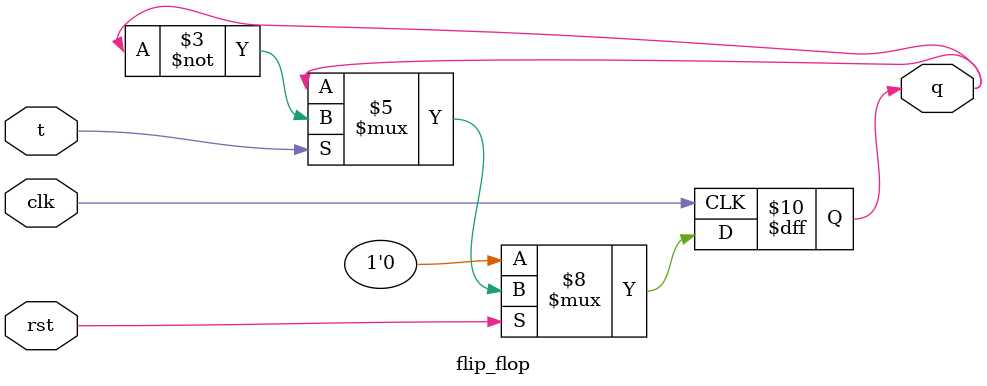
<source format=v>

module flip_flop (   
    input clk,
    input rst,
    input t,
    output reg q);
 
always @ (posedge clk) begin
    if (!rst) 
      q <= 0;
    else if (t)
        q <= ~q;
    else
        q <= q;
  end
endmodule
</source>
